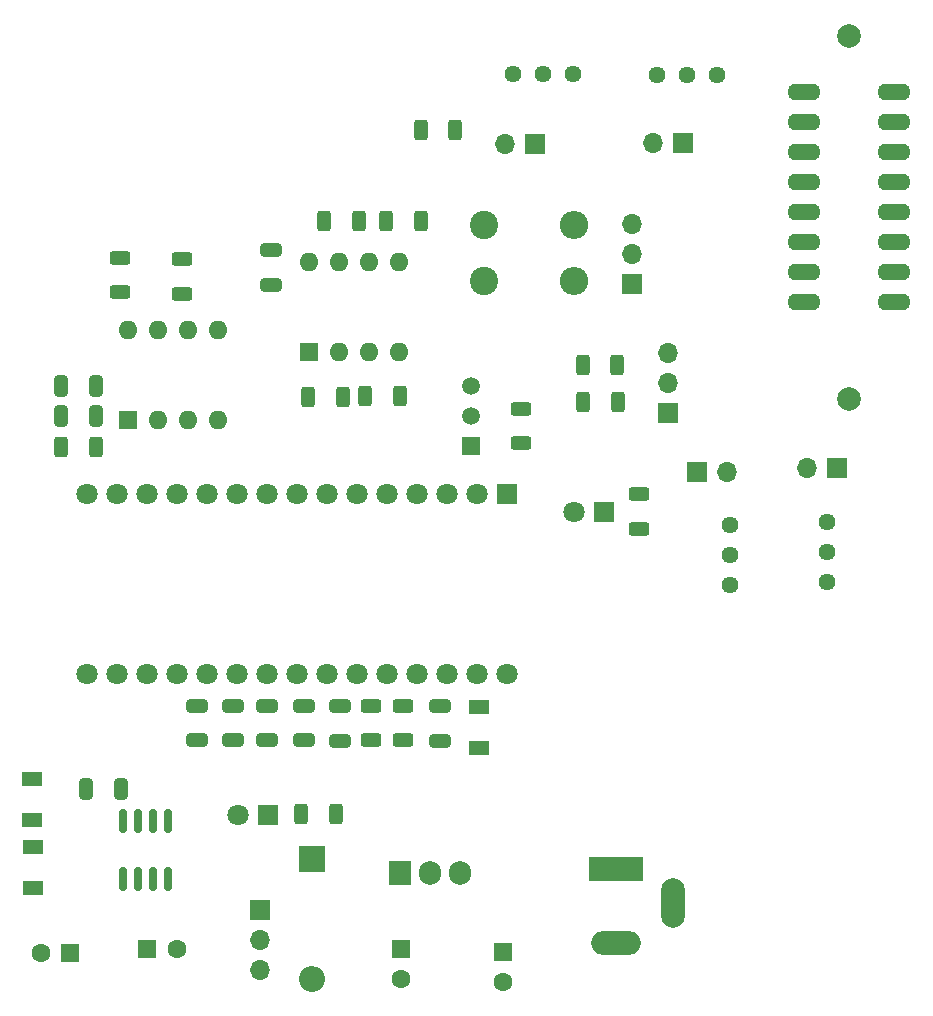
<source format=gbr>
%TF.GenerationSoftware,KiCad,Pcbnew,(6.0.7)*%
%TF.CreationDate,2023-04-20T22:54:43-04:00*%
%TF.ProjectId,NPN Tracer V2b,4e504e20-5472-4616-9365-72205632622e,rev?*%
%TF.SameCoordinates,Original*%
%TF.FileFunction,Soldermask,Top*%
%TF.FilePolarity,Negative*%
%FSLAX46Y46*%
G04 Gerber Fmt 4.6, Leading zero omitted, Abs format (unit mm)*
G04 Created by KiCad (PCBNEW (6.0.7)) date 2023-04-20 22:54:43*
%MOMM*%
%LPD*%
G01*
G04 APERTURE LIST*
G04 Aperture macros list*
%AMRoundRect*
0 Rectangle with rounded corners*
0 $1 Rounding radius*
0 $2 $3 $4 $5 $6 $7 $8 $9 X,Y pos of 4 corners*
0 Add a 4 corners polygon primitive as box body*
4,1,4,$2,$3,$4,$5,$6,$7,$8,$9,$2,$3,0*
0 Add four circle primitives for the rounded corners*
1,1,$1+$1,$2,$3*
1,1,$1+$1,$4,$5*
1,1,$1+$1,$6,$7*
1,1,$1+$1,$8,$9*
0 Add four rect primitives between the rounded corners*
20,1,$1+$1,$2,$3,$4,$5,0*
20,1,$1+$1,$4,$5,$6,$7,0*
20,1,$1+$1,$6,$7,$8,$9,0*
20,1,$1+$1,$8,$9,$2,$3,0*%
G04 Aperture macros list end*
%ADD10RoundRect,0.250000X-0.650000X0.325000X-0.650000X-0.325000X0.650000X-0.325000X0.650000X0.325000X0*%
%ADD11RoundRect,0.250000X0.312500X0.625000X-0.312500X0.625000X-0.312500X-0.625000X0.312500X-0.625000X0*%
%ADD12R,1.700000X1.300000*%
%ADD13R,4.600000X2.000000*%
%ADD14O,4.200000X2.000000*%
%ADD15O,2.000000X4.200000*%
%ADD16R,1.800000X1.800000*%
%ADD17C,1.800000*%
%ADD18R,1.500000X1.500000*%
%ADD19C,1.500000*%
%ADD20R,2.200000X2.200000*%
%ADD21O,2.200000X2.200000*%
%ADD22RoundRect,0.250000X0.625000X-0.312500X0.625000X0.312500X-0.625000X0.312500X-0.625000X-0.312500X0*%
%ADD23R,1.700000X1.700000*%
%ADD24O,1.700000X1.700000*%
%ADD25R,1.600000X1.600000*%
%ADD26C,1.600000*%
%ADD27C,1.440000*%
%ADD28RoundRect,0.250000X-0.625000X0.312500X-0.625000X-0.312500X0.625000X-0.312500X0.625000X0.312500X0*%
%ADD29RoundRect,0.250000X-0.325000X-0.650000X0.325000X-0.650000X0.325000X0.650000X-0.325000X0.650000X0*%
%ADD30O,1.600000X1.600000*%
%ADD31C,2.000000*%
%ADD32O,2.816000X1.408000*%
%ADD33RoundRect,0.150000X0.150000X-0.825000X0.150000X0.825000X-0.150000X0.825000X-0.150000X-0.825000X0*%
%ADD34R,1.905000X2.000000*%
%ADD35O,1.905000X2.000000*%
%ADD36C,2.400000*%
%ADD37O,2.400000X2.400000*%
G04 APERTURE END LIST*
D10*
%TO.C,C13*%
X78359000Y-126096500D03*
X78359000Y-129046500D03*
%TD*%
D11*
%TO.C,R14*%
X87124000Y-135255000D03*
X84199000Y-135255000D03*
%TD*%
D12*
%TO.C,D3*%
X61404500Y-135798500D03*
X61404500Y-132298500D03*
%TD*%
D13*
%TO.C,J8*%
X110856000Y-139890500D03*
D14*
X110856000Y-146190500D03*
D15*
X115656000Y-142790500D03*
%TD*%
D16*
%TO.C,D2*%
X81348500Y-135318500D03*
D17*
X78808500Y-135318500D03*
%TD*%
D10*
%TO.C,C12*%
X87439500Y-126160000D03*
X87439500Y-129110000D03*
%TD*%
D18*
%TO.C,Q1*%
X98552000Y-104140000D03*
D19*
X98552000Y-101600000D03*
X98552000Y-99060000D03*
%TD*%
D11*
%TO.C,R3*%
X87697500Y-99934500D03*
X84772500Y-99934500D03*
%TD*%
D20*
%TO.C,D1*%
X85090000Y-139065000D03*
D21*
X85090000Y-149225000D03*
%TD*%
D11*
%TO.C,R9*%
X97220500Y-77343000D03*
X94295500Y-77343000D03*
%TD*%
D22*
%TO.C,R1*%
X74104500Y-91237000D03*
X74104500Y-88312000D03*
%TD*%
D23*
%TO.C,J6*%
X129540000Y-105981500D03*
D24*
X127000000Y-105981500D03*
%TD*%
D10*
%TO.C,C10*%
X84391500Y-126096500D03*
X84391500Y-129046500D03*
%TD*%
D25*
%TO.C,C4*%
X92583000Y-146738849D03*
D26*
X92583000Y-149238849D03*
%TD*%
D12*
%TO.C,D4*%
X61468000Y-141577000D03*
X61468000Y-138077000D03*
%TD*%
D27*
%TO.C,ADC1*%
X107198000Y-72644000D03*
X104658000Y-72644000D03*
X102118000Y-72644000D03*
%TD*%
D28*
%TO.C,R16*%
X92773500Y-126109000D03*
X92773500Y-129034000D03*
%TD*%
D11*
%TO.C,R2*%
X92521500Y-99871000D03*
X89596500Y-99871000D03*
%TD*%
D27*
%TO.C,ADC4*%
X120459500Y-115887500D03*
X120459500Y-113347500D03*
X120459500Y-110807500D03*
%TD*%
%TO.C,ADC3*%
X128651000Y-115633500D03*
X128651000Y-113093500D03*
X128651000Y-110553500D03*
%TD*%
D23*
%TO.C,J2*%
X116459000Y-78486000D03*
D24*
X113919000Y-78486000D03*
%TD*%
D10*
%TO.C,C11*%
X81280000Y-126096500D03*
X81280000Y-129046500D03*
%TD*%
D23*
%TO.C,J7*%
X80645000Y-143398000D03*
D24*
X80645000Y-145938000D03*
X80645000Y-148478000D03*
%TD*%
D25*
%TO.C,C8*%
X64619500Y-147066000D03*
D26*
X62119500Y-147066000D03*
%TD*%
D29*
%TO.C,C2*%
X63866500Y-99045500D03*
X66816500Y-99045500D03*
%TD*%
D25*
%TO.C,U1*%
X84836000Y-96139000D03*
D30*
X87376000Y-96139000D03*
X89916000Y-96139000D03*
X92456000Y-96139000D03*
X92456000Y-88519000D03*
X89916000Y-88519000D03*
X87376000Y-88519000D03*
X84836000Y-88519000D03*
%TD*%
D31*
%TO.C,ZX1*%
X130556000Y-69374500D03*
X130556000Y-100114500D03*
D32*
X134366000Y-91884500D03*
X134366000Y-89344500D03*
X134366000Y-86804500D03*
X134366000Y-84264500D03*
X134366000Y-81724500D03*
X134366000Y-79184500D03*
X134366000Y-76644500D03*
X134366000Y-74104500D03*
X126746000Y-74104500D03*
X126746000Y-76644500D03*
X126746000Y-79184500D03*
X126746000Y-81724500D03*
X126746000Y-84264500D03*
X126746000Y-86804500D03*
X126746000Y-89344500D03*
X126746000Y-91884500D03*
%TD*%
D25*
%TO.C,C7*%
X71120000Y-146685000D03*
D26*
X73620000Y-146685000D03*
%TD*%
D10*
%TO.C,C14*%
X75374500Y-126096500D03*
X75374500Y-129046500D03*
%TD*%
D29*
%TO.C,C3*%
X63866500Y-101585500D03*
X66816500Y-101585500D03*
%TD*%
D11*
%TO.C,R13*%
X111000000Y-100393500D03*
X108075000Y-100393500D03*
%TD*%
D16*
%TO.C,D6*%
X109791500Y-109728000D03*
D17*
X107251500Y-109728000D03*
%TD*%
D23*
%TO.C,J5*%
X117724000Y-106299000D03*
D24*
X120264000Y-106299000D03*
%TD*%
D11*
%TO.C,R12*%
X110936500Y-97282000D03*
X108011500Y-97282000D03*
%TD*%
D29*
%TO.C,C6*%
X65962000Y-133159500D03*
X68912000Y-133159500D03*
%TD*%
D33*
%TO.C,U4*%
X69088000Y-140778000D03*
X70358000Y-140778000D03*
X71628000Y-140778000D03*
X72898000Y-140778000D03*
X72898000Y-135828000D03*
X71628000Y-135828000D03*
X70358000Y-135828000D03*
X69088000Y-135828000D03*
%TD*%
D27*
%TO.C,ADC2*%
X119390000Y-72707500D03*
X116850000Y-72707500D03*
X114310000Y-72707500D03*
%TD*%
D22*
%TO.C,R17*%
X112776000Y-111127000D03*
X112776000Y-108202000D03*
%TD*%
D23*
%TO.C,J4*%
X115189000Y-101331000D03*
D24*
X115189000Y-98791000D03*
X115189000Y-96251000D03*
%TD*%
D11*
%TO.C,R11*%
X89029000Y-85090000D03*
X86104000Y-85090000D03*
%TD*%
D10*
%TO.C,C9*%
X95948500Y-126160000D03*
X95948500Y-129110000D03*
%TD*%
D34*
%TO.C,U3*%
X92519500Y-140271500D03*
D35*
X95059500Y-140271500D03*
X97599500Y-140271500D03*
%TD*%
D11*
%TO.C,R7*%
X66804000Y-104189000D03*
X63879000Y-104189000D03*
%TD*%
D36*
%TO.C,R5*%
X99631500Y-90170000D03*
D37*
X107251500Y-90170000D03*
%TD*%
D23*
%TO.C,J3*%
X103949500Y-78549500D03*
D24*
X101409500Y-78549500D03*
%TD*%
D36*
%TO.C,R6*%
X99631500Y-85407500D03*
D37*
X107251500Y-85407500D03*
%TD*%
D28*
%TO.C,R4*%
X102806500Y-100963000D03*
X102806500Y-103888000D03*
%TD*%
D12*
%TO.C,D5*%
X99187000Y-126202500D03*
X99187000Y-129702500D03*
%TD*%
D16*
%TO.C,TB1*%
X101600000Y-108189500D03*
D17*
X99060000Y-108189500D03*
X96520000Y-108189500D03*
X93980000Y-108189500D03*
X91440000Y-108189500D03*
X88900000Y-108189500D03*
X86360000Y-108189500D03*
X83820000Y-108189500D03*
X81280000Y-108189500D03*
X78740000Y-108189500D03*
X76200000Y-108189500D03*
X73660000Y-108189500D03*
X71120000Y-108189500D03*
X68580000Y-108189500D03*
X66040000Y-108189500D03*
X66040000Y-123429500D03*
X68580000Y-123429500D03*
X71120000Y-123429500D03*
X73660000Y-123429500D03*
X76200000Y-123429500D03*
X78740000Y-123429500D03*
X81280000Y-123429500D03*
X83820000Y-123429500D03*
X86360000Y-123429500D03*
X88900000Y-123429500D03*
X91440000Y-123429500D03*
X93980000Y-123429500D03*
X96520000Y-123429500D03*
X99060000Y-123429500D03*
X101600000Y-123429500D03*
%TD*%
D23*
%TO.C,J1*%
X112141000Y-90424000D03*
D24*
X112141000Y-87884000D03*
X112141000Y-85344000D03*
%TD*%
D28*
%TO.C,R15*%
X90043000Y-126109000D03*
X90043000Y-129034000D03*
%TD*%
D10*
%TO.C,C1*%
X81597500Y-87552000D03*
X81597500Y-90502000D03*
%TD*%
D25*
%TO.C,U2*%
X69479000Y-101893000D03*
D30*
X72019000Y-101893000D03*
X74559000Y-101893000D03*
X77099000Y-101893000D03*
X77099000Y-94273000D03*
X74559000Y-94273000D03*
X72019000Y-94273000D03*
X69479000Y-94273000D03*
%TD*%
D11*
%TO.C,R10*%
X94299500Y-85026500D03*
X91374500Y-85026500D03*
%TD*%
D25*
%TO.C,C5*%
X101219000Y-146992849D03*
D26*
X101219000Y-149492849D03*
%TD*%
D22*
%TO.C,R8*%
X68834000Y-91110000D03*
X68834000Y-88185000D03*
%TD*%
M02*

</source>
